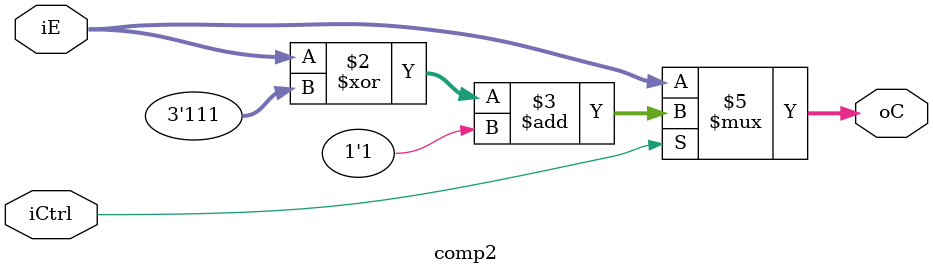
<source format=v>
module degrau_bipolar(iA, oS);
	
	input signed [31:0] iA;
	output reg [7:0] oS;
	
	always@(iA)
	begin
		if (iA[31]) 
			oS = 8'b11100000; 
		else
			oS = 8'b00100000; 
	end
endmodule

module rampa(iA, oS);
	
	input signed [31:0] iA;
	output reg [7:0] oS;
	
	always @(iA)
	begin
		// menor que -4
		if (iA <= $signed(32'b111111111100_00000000000000000000))
			oS = 8'b10000000; 
		// maior que 3,96875
		else if (iA >= $signed(32'b000000000100_00000000000000000000))
			oS = 8'b01111111; 
		// entre -4 e 3,96875
		else 
			oS = iA[22:15];
	end
endmodule

module sig(iA, oS);
	input [31:0] iA;
	output reg [7:0] oS;

	wire [31:0] cA;
	reg [7:0] sai;
	
	comp2 #(.N(32)) c1(cA, iA, iA[31]); 
	
	always@(iA, cA)
	begin
		if (cA >= 32'b000000000000_00000000000000000000 & cA < 32'b000000000001_00000000000000000000)
		begin
			sai[7:3] = 5'b00010;
			sai[2:0] = cA[19:17];
			if (iA[31])
				oS = 8'b00100000 - sai;
			else
				oS = sai;
		end
		else if (cA >= 32'b000000000001_00000000000000000000 & cA < 32'b000000000010_01100000000000000000)
		begin
			sai[7:3] = 5'b00011;
			sai[2] = ~cA[20];
			sai[1:0] = cA[19:18];
			if (iA[31])
				oS = 8'b00100000 - sai;
			else
				oS = sai;
		end
		else if (cA >= 32'b000000000010_01100000000000000000 & cA < 32'b000000000101_00000000000000000000)
		begin
			sai[7:2] = 6'b000111;
			sai[1] = ~cA[21] | cA[20];
			sai[0] = ~cA[20];
			if (iA[31])
				oS = 8'b00100000 - sai;
			else
				oS = sai;
		end
		else if (cA >= 32'b000000000101_00000000000000000000)
		begin
			sai = 8'b00100000;
			if (iA[31])
				oS = 8'b00000000;
			else
				oS = sai;
		end
	end

	
endmodule

module tanh(iA, oS);
	input [31:0] iA;
	output reg [7:0] oS;

	wire [31:0] cA;
	reg [7:0] sai;
	
	comp2 #(.N(32)) c1(cA, iA, iA[31]); 
	
	always@(iA, cA)
	begin
		if(cA >= 32'b000000000000_00000000000000000000 & cA < 32'b000000000000_10000000000000000000)
		begin
			sai = cA[22:15];
			if (iA[31])
				oS = (sai ^ {8{1'b1}}) + 1'b1;
			else
				oS = sai;
		end
		else if(cA >= 32'b000000000000_10000000000000000000 & cA < 32'b000000000001_00000000000000000000)
		begin
			sai[7:3] = 5'b00010;
			sai[2:0] = cA[18:16];
			if (iA[31])
				oS = (sai ^ {8{1'b1}}) + 1'b1;
			else
				oS = sai;
		end
		else if(cA >= 32'b000000000001_00000000000000000000 & cA < 32'b000000000010_00000000000000000000)
		begin
			sai[7:3] = 5'b00011;
			sai[2:0] = cA[19:17];
			if (iA[31])
				oS = (sai ^ {8{1'b1}}) + 1'b1;
			else
				oS = sai;
		end
		else if(cA >= 32'b000000000010_00000000000000000000)
		begin
			sai = 8'b001_00000;
			if (iA[31])
				oS = 8'b111_00000;
			else
				oS = sai;
		end
	end
	
endmodule

module comp2(oC, iE, iCtrl);
	
	parameter N = 3; 
	
	input [N-1:0] iE;
	input iCtrl;
	output reg [N-1:0] oC;
	
	always @(iE, iCtrl)
	begin
		if (iCtrl)
			oC = (iE ^ {N{1'b1}}) + 1'b1;
		else
			oC = iE;
	end	
endmodule

</source>
